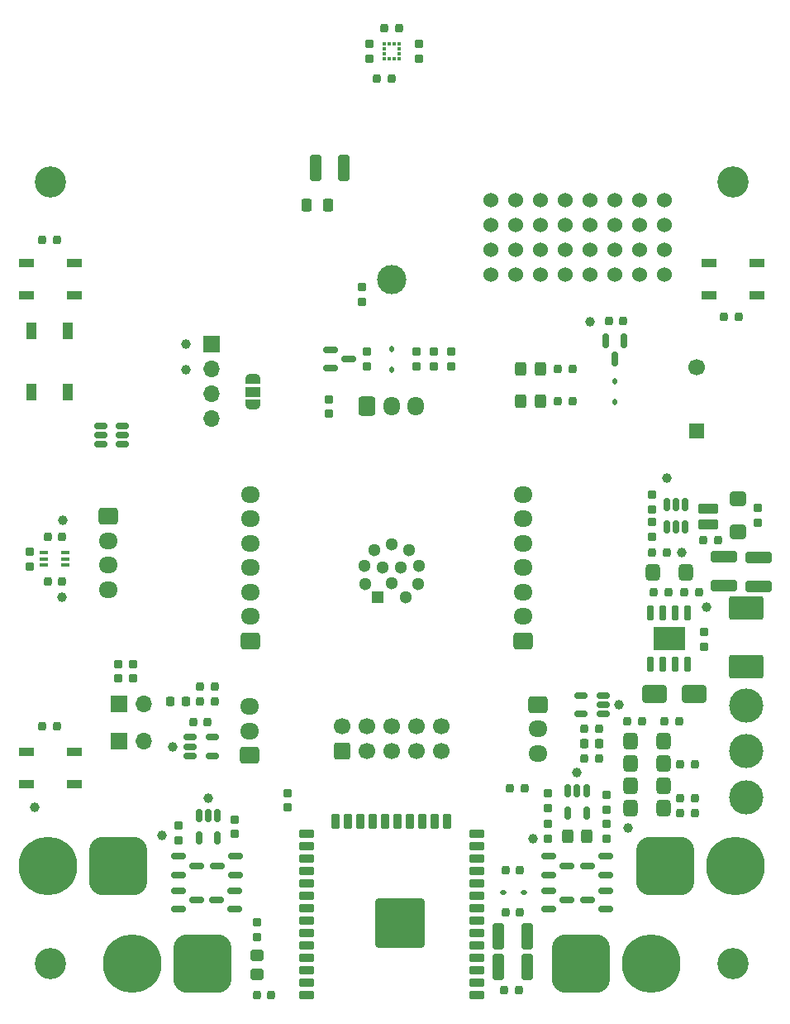
<source format=gbr>
%TF.GenerationSoftware,KiCad,Pcbnew,8.0.3*%
%TF.CreationDate,2024-07-03T22:49:40+02:00*%
%TF.ProjectId,Robuoy-Sub,526f6275-6f79-42d5-9375-622e6b696361,rev?*%
%TF.SameCoordinates,Original*%
%TF.FileFunction,Soldermask,Top*%
%TF.FilePolarity,Negative*%
%FSLAX46Y46*%
G04 Gerber Fmt 4.6, Leading zero omitted, Abs format (unit mm)*
G04 Created by KiCad (PCBNEW 8.0.3) date 2024-07-03 22:49:40*
%MOMM*%
%LPD*%
G01*
G04 APERTURE LIST*
G04 Aperture macros list*
%AMRoundRect*
0 Rectangle with rounded corners*
0 $1 Rounding radius*
0 $2 $3 $4 $5 $6 $7 $8 $9 X,Y pos of 4 corners*
0 Add a 4 corners polygon primitive as box body*
4,1,4,$2,$3,$4,$5,$6,$7,$8,$9,$2,$3,0*
0 Add four circle primitives for the rounded corners*
1,1,$1+$1,$2,$3*
1,1,$1+$1,$4,$5*
1,1,$1+$1,$6,$7*
1,1,$1+$1,$8,$9*
0 Add four rect primitives between the rounded corners*
20,1,$1+$1,$2,$3,$4,$5,0*
20,1,$1+$1,$4,$5,$6,$7,0*
20,1,$1+$1,$6,$7,$8,$9,0*
20,1,$1+$1,$8,$9,$2,$3,0*%
%AMFreePoly0*
4,1,19,0.550000,-0.750000,0.000000,-0.750000,0.000000,-0.744911,-0.071157,-0.744911,-0.207708,-0.704816,-0.327430,-0.627875,-0.420627,-0.520320,-0.479746,-0.390866,-0.500000,-0.250000,-0.500000,0.250000,-0.479746,0.390866,-0.420627,0.520320,-0.327430,0.627875,-0.207708,0.704816,-0.071157,0.744911,0.000000,0.744911,0.000000,0.750000,0.550000,0.750000,0.550000,-0.750000,0.550000,-0.750000,
$1*%
%AMFreePoly1*
4,1,19,0.000000,0.744911,0.071157,0.744911,0.207708,0.704816,0.327430,0.627875,0.420627,0.520320,0.479746,0.390866,0.500000,0.250000,0.500000,-0.250000,0.479746,-0.390866,0.420627,-0.520320,0.327430,-0.627875,0.207708,-0.704816,0.071157,-0.744911,0.000000,-0.744911,0.000000,-0.750000,-0.550000,-0.750000,-0.550000,0.750000,0.000000,0.750000,0.000000,0.744911,0.000000,0.744911,
$1*%
G04 Aperture macros list end*
%ADD10RoundRect,0.200000X-0.250000X0.200000X-0.250000X-0.200000X0.250000X-0.200000X0.250000X0.200000X0*%
%ADD11RoundRect,0.300000X-0.300000X-0.400000X0.300000X-0.400000X0.300000X0.400000X-0.300000X0.400000X0*%
%ADD12C,1.000000*%
%ADD13RoundRect,1.500000X1.500000X1.500000X-1.500000X1.500000X-1.500000X-1.500000X1.500000X-1.500000X0*%
%ADD14C,6.000000*%
%ADD15R,1.500000X0.900000*%
%ADD16RoundRect,0.150000X-0.587500X-0.150000X0.587500X-0.150000X0.587500X0.150000X-0.587500X0.150000X0*%
%ADD17RoundRect,0.250000X0.600000X-0.600000X0.600000X0.600000X-0.600000X0.600000X-0.600000X-0.600000X0*%
%ADD18C,1.700000*%
%ADD19RoundRect,0.200000X0.250000X-0.200000X0.250000X0.200000X-0.250000X0.200000X-0.250000X-0.200000X0*%
%ADD20RoundRect,0.375000X0.375000X0.475000X-0.375000X0.475000X-0.375000X-0.475000X0.375000X-0.475000X0*%
%ADD21RoundRect,0.200000X-0.200000X-0.250000X0.200000X-0.250000X0.200000X0.250000X-0.200000X0.250000X0*%
%ADD22RoundRect,0.250000X0.725000X-0.600000X0.725000X0.600000X-0.725000X0.600000X-0.725000X-0.600000X0*%
%ADD23O,1.950000X1.700000*%
%ADD24RoundRect,0.200000X0.200000X0.250000X-0.200000X0.250000X-0.200000X-0.250000X0.200000X-0.250000X0*%
%ADD25RoundRect,0.250000X-0.325000X-1.100000X0.325000X-1.100000X0.325000X1.100000X-0.325000X1.100000X0*%
%ADD26RoundRect,0.250000X1.100000X-0.325000X1.100000X0.325000X-1.100000X0.325000X-1.100000X-0.325000X0*%
%ADD27RoundRect,0.250000X1.000000X0.650000X-1.000000X0.650000X-1.000000X-0.650000X1.000000X-0.650000X0*%
%ADD28R,1.700000X1.700000*%
%ADD29O,1.700000X1.700000*%
%ADD30RoundRect,0.150000X0.587500X0.150000X-0.587500X0.150000X-0.587500X-0.150000X0.587500X-0.150000X0*%
%ADD31C,3.000000*%
%ADD32R,1.300000X1.300000*%
%ADD33C,1.300000*%
%ADD34RoundRect,0.100000X-0.350000X-0.100000X0.350000X-0.100000X0.350000X0.100000X-0.350000X0.100000X0*%
%ADD35FreePoly0,90.000000*%
%ADD36R,1.500000X1.000000*%
%ADD37FreePoly1,90.000000*%
%ADD38C,1.524000*%
%ADD39C,3.200000*%
%ADD40RoundRect,1.500000X-1.500000X-1.500000X1.500000X-1.500000X1.500000X1.500000X-1.500000X1.500000X0*%
%ADD41RoundRect,0.250000X-0.725000X0.600000X-0.725000X-0.600000X0.725000X-0.600000X0.725000X0.600000X0*%
%ADD42RoundRect,0.150000X0.512500X0.150000X-0.512500X0.150000X-0.512500X-0.150000X0.512500X-0.150000X0*%
%ADD43RoundRect,0.150000X-0.150000X0.512500X-0.150000X-0.512500X0.150000X-0.512500X0.150000X0.512500X0*%
%ADD44R,0.350000X0.375000*%
%ADD45R,0.375000X0.350000*%
%ADD46RoundRect,0.112500X-0.187500X-0.112500X0.187500X-0.112500X0.187500X0.112500X-0.187500X0.112500X0*%
%ADD47RoundRect,0.218750X0.218750X0.256250X-0.218750X0.256250X-0.218750X-0.256250X0.218750X-0.256250X0*%
%ADD48RoundRect,0.112500X0.112500X-0.187500X0.112500X0.187500X-0.112500X0.187500X-0.112500X-0.187500X0*%
%ADD49C,3.500000*%
%ADD50RoundRect,0.230769X1.519231X-0.969231X1.519231X0.969231X-1.519231X0.969231X-1.519231X-0.969231X0*%
%ADD51RoundRect,0.375000X0.475000X-0.375000X0.475000X0.375000X-0.475000X0.375000X-0.475000X-0.375000X0*%
%ADD52RoundRect,0.218750X-0.218750X-0.256250X0.218750X-0.256250X0.218750X0.256250X-0.218750X0.256250X0*%
%ADD53R,1.000000X1.700000*%
%ADD54RoundRect,0.375000X-0.375000X-0.475000X0.375000X-0.475000X0.375000X0.475000X-0.375000X0.475000X0*%
%ADD55RoundRect,0.225000X0.525000X0.225000X-0.525000X0.225000X-0.525000X-0.225000X0.525000X-0.225000X0*%
%ADD56RoundRect,0.225000X-0.225000X0.525000X-0.225000X-0.525000X0.225000X-0.525000X0.225000X0.525000X0*%
%ADD57RoundRect,0.250000X2.250000X2.250000X-2.250000X2.250000X-2.250000X-2.250000X2.250000X-2.250000X0*%
%ADD58R,1.650000X1.650000*%
%ADD59RoundRect,0.091346X0.958654X-0.383654X0.958654X0.383654X-0.958654X0.383654X-0.958654X-0.383654X0*%
%ADD60RoundRect,0.275000X0.275000X0.375000X-0.275000X0.375000X-0.275000X-0.375000X0.275000X-0.375000X0*%
%ADD61RoundRect,0.150000X-0.150000X0.650000X-0.150000X-0.650000X0.150000X-0.650000X0.150000X0.650000X0*%
%ADD62R,3.200000X2.400000*%
%ADD63RoundRect,0.250000X-0.600000X-0.725000X0.600000X-0.725000X0.600000X0.725000X-0.600000X0.725000X0*%
%ADD64O,1.700000X1.950000*%
%ADD65RoundRect,0.150000X-0.150000X0.587500X-0.150000X-0.587500X0.150000X-0.587500X0.150000X0.587500X0*%
%ADD66RoundRect,0.150000X-0.512500X-0.150000X0.512500X-0.150000X0.512500X0.150000X-0.512500X0.150000X0*%
%ADD67RoundRect,0.300000X0.400000X-0.300000X0.400000X0.300000X-0.400000X0.300000X-0.400000X-0.300000X0*%
G04 APERTURE END LIST*
D10*
%TO.C,R113*%
X131906000Y-75296000D03*
X131906000Y-76796000D03*
%TD*%
D11*
%TO.C,D206*%
X143810000Y-124890000D03*
X145810000Y-124890000D03*
%TD*%
D12*
%TO.C,TP202*%
X158068000Y-101446000D03*
%TD*%
D13*
%TO.C,J206*%
X106410000Y-137890000D03*
D14*
X99210000Y-137890000D03*
%TD*%
D15*
%TO.C,D103*%
X88360000Y-116240000D03*
X88360000Y-119540000D03*
X93260000Y-119540000D03*
X93260000Y-116240000D03*
%TD*%
D16*
%TO.C,Q203*%
X103935000Y-130440000D03*
X103935000Y-132340000D03*
X105810000Y-131390000D03*
%TD*%
D17*
%TO.C,J101*%
X120730000Y-116142500D03*
D18*
X120730000Y-113602500D03*
X123270000Y-116142500D03*
X123270000Y-113602500D03*
X125810000Y-116142500D03*
X125810000Y-113602500D03*
X128350000Y-116142500D03*
X128350000Y-113602500D03*
X130890000Y-116142500D03*
X130890000Y-113602500D03*
%TD*%
D19*
%TO.C,C101*%
X97810000Y-108740000D03*
X97810000Y-107240000D03*
%TD*%
D20*
%TO.C,C204*%
X153672000Y-119734000D03*
X150272000Y-119734000D03*
%TD*%
D21*
%TO.C,C119*%
X90008000Y-113638000D03*
X91508000Y-113638000D03*
%TD*%
D22*
%TO.C,J104*%
X111210000Y-116590000D03*
D23*
X111210000Y-114090000D03*
X111210000Y-111590000D03*
%TD*%
D24*
%TO.C,R206*%
X144324000Y-80364000D03*
X142824000Y-80364000D03*
%TD*%
D10*
%TO.C,R208*%
X112040000Y-133690000D03*
X112040000Y-135190000D03*
%TD*%
D12*
%TO.C,TP103*%
X104710000Y-77090000D03*
%TD*%
D24*
%TO.C,R205*%
X154160000Y-99922000D03*
X152660000Y-99922000D03*
%TD*%
D12*
%TO.C,TP105*%
X92110000Y-92521000D03*
%TD*%
D25*
%TO.C,C113*%
X117985000Y-56488000D03*
X120935000Y-56488000D03*
%TD*%
D19*
%TO.C,R213*%
X152480000Y-91395500D03*
X152480000Y-89895500D03*
%TD*%
D26*
%TO.C,C212*%
X159846000Y-99224000D03*
X159846000Y-96274000D03*
%TD*%
D21*
%TO.C,R105*%
X90560000Y-98769000D03*
X92060000Y-98769000D03*
%TD*%
D10*
%TO.C,C106*%
X123524000Y-43800000D03*
X123524000Y-45300000D03*
%TD*%
D16*
%TO.C,Q204*%
X141872500Y-126940000D03*
X141872500Y-128840000D03*
X143747500Y-127890000D03*
%TD*%
D21*
%TO.C,R201*%
X155360000Y-122490000D03*
X156860000Y-122490000D03*
%TD*%
D27*
%TO.C,D202*%
X156766000Y-110336000D03*
X152766000Y-110336000D03*
%TD*%
D20*
%TO.C,C201*%
X153672000Y-122020000D03*
X150272000Y-122020000D03*
%TD*%
D28*
%TO.C,SW102*%
X97910000Y-115162000D03*
D29*
X100450000Y-115162000D03*
%TD*%
D19*
%TO.C,C116*%
X128604000Y-45300000D03*
X128604000Y-43800000D03*
%TD*%
D30*
%TO.C,Q206*%
X147747500Y-128840000D03*
X147747500Y-126940000D03*
X145872500Y-127890000D03*
%TD*%
D31*
%TO.C,TP206*%
X125810000Y-67890000D03*
%TD*%
D21*
%TO.C,C110*%
X145560000Y-113890000D03*
X147060000Y-113890000D03*
%TD*%
D15*
%TO.C,D107*%
X158360000Y-66240000D03*
X158360000Y-69540000D03*
X163260000Y-69540000D03*
X163260000Y-66240000D03*
%TD*%
D10*
%TO.C,R107*%
X123270000Y-75296000D03*
X123270000Y-76796000D03*
%TD*%
D12*
%TO.C,TP108*%
X149110000Y-111390000D03*
%TD*%
D32*
%TO.C,J204*%
X124382000Y-100414000D03*
D33*
X127238000Y-100414000D03*
X128482000Y-99017000D03*
X128614000Y-97152000D03*
X127580000Y-95593000D03*
X125810000Y-94990000D03*
X124040000Y-95593000D03*
X123006000Y-97152000D03*
X123138000Y-99017000D03*
X125810000Y-98990000D03*
X126763000Y-97340000D03*
X124857000Y-97340000D03*
%TD*%
D26*
%TO.C,C211*%
X163402000Y-99273000D03*
X163402000Y-96323000D03*
%TD*%
D28*
%TO.C,J103*%
X107335000Y-74490000D03*
D29*
X107335000Y-77030000D03*
X107335000Y-79570000D03*
X107335000Y-82110000D03*
%TD*%
D20*
%TO.C,C203*%
X153672000Y-117448000D03*
X150272000Y-117448000D03*
%TD*%
D21*
%TO.C,R207*%
X142824000Y-77062000D03*
X144324000Y-77062000D03*
%TD*%
D34*
%TO.C,U104*%
X90210000Y-95833000D03*
X90210000Y-96483000D03*
X90210000Y-97133000D03*
X92410000Y-97133000D03*
X92410000Y-96483000D03*
X92410000Y-95833000D03*
%TD*%
D22*
%TO.C,J202*%
X111310000Y-104890000D03*
D23*
X111310000Y-102390000D03*
X111310000Y-99890000D03*
X111310000Y-97390000D03*
X111310000Y-94890000D03*
X111310000Y-92390000D03*
X111310000Y-89890000D03*
%TD*%
D35*
%TO.C,JP101*%
X111610000Y-80690000D03*
D36*
X111610000Y-79390000D03*
D37*
X111610000Y-78090000D03*
%TD*%
D12*
%TO.C,TP203*%
X107010000Y-120990000D03*
%TD*%
D21*
%TO.C,C114*%
X125060000Y-42176000D03*
X126560000Y-42176000D03*
%TD*%
D38*
%TO.C,TP301*%
X135970000Y-59790000D03*
X138510000Y-59790000D03*
X141050000Y-59790000D03*
X143590000Y-59790000D03*
X135970000Y-62330000D03*
X138510000Y-62330000D03*
X141050000Y-62330000D03*
X143590000Y-62330000D03*
X135970000Y-64870000D03*
X138510000Y-64870000D03*
X141050000Y-64870000D03*
X143590000Y-64870000D03*
X135970000Y-67410000D03*
X138510000Y-67410000D03*
X141050000Y-67410000D03*
X143590000Y-67410000D03*
%TD*%
D39*
%TO.C,H301*%
X160810000Y-137890000D03*
%TD*%
D40*
%TO.C,J205*%
X153810000Y-127890000D03*
D14*
X161010000Y-127890000D03*
%TD*%
D41*
%TO.C,J105*%
X140835000Y-111390000D03*
D23*
X140835000Y-113890000D03*
X140835000Y-116390000D03*
%TD*%
D21*
%TO.C,C117*%
X90008000Y-63854000D03*
X91508000Y-63854000D03*
%TD*%
D11*
%TO.C,D203*%
X139018000Y-80364000D03*
X141018000Y-80364000D03*
%TD*%
D42*
%TO.C,U102*%
X98247500Y-84740000D03*
X98247500Y-83790000D03*
X98247500Y-82840000D03*
X95972500Y-82840000D03*
X95972500Y-83790000D03*
X95972500Y-84740000D03*
%TD*%
D11*
%TO.C,D204*%
X139018000Y-77062000D03*
X141018000Y-77062000D03*
%TD*%
D24*
%TO.C,R108*%
X149560000Y-72090000D03*
X148060000Y-72090000D03*
%TD*%
D21*
%TO.C,R109*%
X106160000Y-111090000D03*
X107660000Y-111090000D03*
%TD*%
%TO.C,C205*%
X153762000Y-113130000D03*
X155262000Y-113130000D03*
%TD*%
D12*
%TO.C,TP209*%
X154004000Y-88238000D03*
%TD*%
D21*
%TO.C,C118*%
X159858000Y-71728000D03*
X161358000Y-71728000D03*
%TD*%
D19*
%TO.C,C108*%
X119410000Y-81640000D03*
X119410000Y-80140000D03*
%TD*%
D43*
%TO.C,U202*%
X107960000Y-122770000D03*
X107010000Y-122770000D03*
X106060000Y-122770000D03*
X106060000Y-125045000D03*
X107960000Y-125045000D03*
%TD*%
D44*
%TO.C,U103*%
X125060000Y-45312500D03*
X125560000Y-45312500D03*
X126060000Y-45312500D03*
X126560000Y-45312500D03*
D45*
X126572500Y-44800000D03*
X126572500Y-44300000D03*
D44*
X126560000Y-43787500D03*
X126060000Y-43787500D03*
X125560000Y-43787500D03*
X125060000Y-43787500D03*
D45*
X125047500Y-44300000D03*
X125047500Y-44800000D03*
%TD*%
D46*
%TO.C,D201*%
X137260000Y-130656000D03*
X139360000Y-130656000D03*
%TD*%
D30*
%TO.C,Q205*%
X109810000Y-128840000D03*
X109810000Y-126940000D03*
X107935000Y-127890000D03*
%TD*%
D47*
%TO.C,D106*%
X147097500Y-115390000D03*
X145522500Y-115390000D03*
%TD*%
D24*
%TO.C,C111*%
X106960000Y-113190000D03*
X105460000Y-113190000D03*
%TD*%
D39*
%TO.C,H304*%
X160810000Y-57890000D03*
%TD*%
D43*
%TO.C,U203*%
X145760000Y-120252500D03*
X144810000Y-120252500D03*
X143860000Y-120252500D03*
X143860000Y-122527500D03*
X145760000Y-122527500D03*
%TD*%
D15*
%TO.C,D104*%
X88360000Y-66240000D03*
X88360000Y-69540000D03*
X93260000Y-69540000D03*
X93260000Y-66240000D03*
%TD*%
D25*
%TO.C,C103*%
X136735000Y-138290000D03*
X139685000Y-138290000D03*
%TD*%
D12*
%TO.C,TP204*%
X144810000Y-118390000D03*
%TD*%
D10*
%TO.C,R102*%
X99334000Y-107240000D03*
X99334000Y-108740000D03*
%TD*%
D48*
%TO.C,D101*%
X125810000Y-77096000D03*
X125810000Y-74996000D03*
%TD*%
D49*
%TO.C,SW201*%
X162132000Y-120878000D03*
X162132000Y-116178000D03*
X162132000Y-111478000D03*
%TD*%
D22*
%TO.C,J203*%
X139310000Y-104890000D03*
D23*
X139310000Y-102390000D03*
X139310000Y-99890000D03*
X139310000Y-97390000D03*
X139310000Y-94890000D03*
X139310000Y-92390000D03*
X139310000Y-89890000D03*
%TD*%
D19*
%TO.C,C115*%
X88770000Y-97233000D03*
X88770000Y-95733000D03*
%TD*%
%TO.C,R211*%
X141810000Y-125140000D03*
X141810000Y-123640000D03*
%TD*%
D12*
%TO.C,TP208*%
X140310000Y-125090000D03*
%TD*%
D42*
%TO.C,U106*%
X147447500Y-112340000D03*
X147447500Y-111390000D03*
X147447500Y-110440000D03*
X145172500Y-110440000D03*
X145172500Y-112340000D03*
%TD*%
D39*
%TO.C,H303*%
X90810000Y-57890000D03*
%TD*%
D16*
%TO.C,Q202*%
X141872500Y-130440000D03*
X141872500Y-132340000D03*
X143747500Y-131390000D03*
%TD*%
D12*
%TO.C,TP210*%
X155528000Y-95858000D03*
%TD*%
D19*
%TO.C,C217*%
X141812000Y-122008000D03*
X141812000Y-120508000D03*
%TD*%
D50*
%TO.C,L201*%
X162135643Y-107538081D03*
X162135643Y-101538081D03*
%TD*%
D51*
%TO.C,C214*%
X161304000Y-93748000D03*
X161304000Y-90348000D03*
%TD*%
D19*
%TO.C,C210*%
X109710000Y-124657500D03*
X109710000Y-123157500D03*
%TD*%
D30*
%TO.C,Q201*%
X109747500Y-132340000D03*
X109747500Y-130440000D03*
X107872500Y-131390000D03*
%TD*%
D12*
%TO.C,TP104*%
X92010000Y-100421000D03*
%TD*%
D52*
%TO.C,D105*%
X103122500Y-111090000D03*
X104697500Y-111090000D03*
%TD*%
D53*
%TO.C,SW103*%
X88858000Y-79450000D03*
X88858000Y-73150000D03*
X92658000Y-79450000D03*
X92658000Y-73150000D03*
%TD*%
D54*
%TO.C,C218*%
X152558000Y-97890000D03*
X155958000Y-97890000D03*
%TD*%
D13*
%TO.C,J201*%
X97810000Y-127890000D03*
D14*
X90610000Y-127890000D03*
%TD*%
D21*
%TO.C,C207*%
X137460000Y-128370000D03*
X138960000Y-128370000D03*
%TD*%
D24*
%TO.C,R204*%
X157294000Y-99922000D03*
X155794000Y-99922000D03*
%TD*%
D55*
%TO.C,U101*%
X134560000Y-141147000D03*
X134560000Y-139877000D03*
X134560000Y-138607000D03*
X134560000Y-137337000D03*
X134560000Y-136067000D03*
X134560000Y-134797000D03*
X134560000Y-133527000D03*
X134560000Y-132257000D03*
X134560000Y-130987000D03*
X134560000Y-129717000D03*
X134560000Y-128447000D03*
X134560000Y-127177000D03*
X134560000Y-125907000D03*
X134560000Y-124637000D03*
D56*
X131525000Y-123387000D03*
X130255000Y-123387000D03*
X128985000Y-123387000D03*
X127715000Y-123387000D03*
X126445000Y-123387000D03*
X125175000Y-123387000D03*
X123905000Y-123387000D03*
X122635000Y-123387000D03*
X121365000Y-123387000D03*
X120095000Y-123387000D03*
D55*
X117060000Y-124637000D03*
X117060000Y-125907000D03*
X117060000Y-127177000D03*
X117060000Y-128447000D03*
X117060000Y-129717000D03*
X117060000Y-130987000D03*
X117060000Y-132257000D03*
X117060000Y-133527000D03*
X117060000Y-134797000D03*
X117060000Y-136067000D03*
X117060000Y-137337000D03*
X117060000Y-138607000D03*
X117060000Y-139877000D03*
X117060000Y-141147000D03*
D57*
X126670000Y-133802000D03*
%TD*%
D21*
%TO.C,R203*%
X155360000Y-120990000D03*
X156860000Y-120990000D03*
%TD*%
%TO.C,C215*%
X157760000Y-94588000D03*
X159260000Y-94588000D03*
%TD*%
D41*
%TO.C,J106*%
X96810000Y-92128000D03*
D23*
X96810000Y-94628000D03*
X96810000Y-97128000D03*
X96810000Y-99628000D03*
%TD*%
D20*
%TO.C,C202*%
X153672000Y-115162000D03*
X150272000Y-115162000D03*
%TD*%
D48*
%TO.C,D102*%
X148654000Y-80398000D03*
X148654000Y-78298000D03*
%TD*%
D58*
%TO.C,BZ101*%
X157036000Y-83360000D03*
D18*
X157036000Y-76860000D03*
%TD*%
D24*
%TO.C,C109*%
X125798000Y-47344000D03*
X124298000Y-47344000D03*
%TD*%
D21*
%TO.C,R104*%
X90560000Y-94197000D03*
X92060000Y-94197000D03*
%TD*%
D24*
%TO.C,C206*%
X151452000Y-113130000D03*
X149952000Y-113130000D03*
%TD*%
D19*
%TO.C,C209*%
X147810000Y-122140000D03*
X147810000Y-120640000D03*
%TD*%
D59*
%TO.C,L202*%
X158256000Y-92994500D03*
X158256000Y-91344500D03*
%TD*%
D24*
%TO.C,R202*%
X156860000Y-117490000D03*
X155360000Y-117490000D03*
%TD*%
D21*
%TO.C,C219*%
X152492000Y-95858000D03*
X153992000Y-95858000D03*
%TD*%
D19*
%TO.C,R209*%
X103966000Y-125310000D03*
X103966000Y-123810000D03*
%TD*%
%TO.C,C107*%
X122762000Y-70192000D03*
X122762000Y-68692000D03*
%TD*%
D12*
%TO.C,TP201*%
X150010000Y-123990000D03*
%TD*%
D25*
%TO.C,C102*%
X136735000Y-135090000D03*
X139685000Y-135090000D03*
%TD*%
D19*
%TO.C,R212*%
X152480000Y-94189500D03*
X152480000Y-92689500D03*
%TD*%
D21*
%TO.C,R111*%
X106160000Y-109590000D03*
X107660000Y-109590000D03*
%TD*%
D19*
%TO.C,C208*%
X157814000Y-105498000D03*
X157814000Y-103998000D03*
%TD*%
D12*
%TO.C,TP106*%
X89210000Y-121890000D03*
%TD*%
D16*
%TO.C,Q207*%
X103935000Y-126940000D03*
X103935000Y-128840000D03*
X105810000Y-127890000D03*
%TD*%
D60*
%TO.C,FB101*%
X119290000Y-60298000D03*
X117090000Y-60298000D03*
%TD*%
D61*
%TO.C,U201*%
X156163000Y-102006000D03*
X154893000Y-102006000D03*
X153623000Y-102006000D03*
X152353000Y-102006000D03*
X152353000Y-107306000D03*
X153623000Y-107306000D03*
X154893000Y-107306000D03*
X156163000Y-107306000D03*
D62*
X154258000Y-104656000D03*
%TD*%
D12*
%TO.C,TP207*%
X102310000Y-124780000D03*
%TD*%
D38*
%TO.C,TP302*%
X146130000Y-59790000D03*
X148670000Y-59790000D03*
X151210000Y-59790000D03*
X153750000Y-59790000D03*
X146130000Y-62330000D03*
X148670000Y-62330000D03*
X151210000Y-62330000D03*
X153750000Y-62330000D03*
X146130000Y-64870000D03*
X148670000Y-64870000D03*
X151210000Y-64870000D03*
X153750000Y-64870000D03*
X146130000Y-67410000D03*
X148670000Y-67410000D03*
X151210000Y-67410000D03*
X153750000Y-67410000D03*
%TD*%
D12*
%TO.C,TP101*%
X146110000Y-72190000D03*
%TD*%
D43*
%TO.C,U204*%
X155904000Y-90910500D03*
X154954000Y-90910500D03*
X154004000Y-90910500D03*
X154004000Y-93185500D03*
X154954000Y-93185500D03*
X155904000Y-93185500D03*
%TD*%
D12*
%TO.C,TP102*%
X104710000Y-74490000D03*
%TD*%
D10*
%TO.C,R106*%
X128350000Y-75296000D03*
X128350000Y-76796000D03*
%TD*%
D40*
%TO.C,J207*%
X145210000Y-137890000D03*
D14*
X152410000Y-137890000D03*
%TD*%
D39*
%TO.C,H302*%
X90810000Y-137890000D03*
%TD*%
D63*
%TO.C,J102*%
X123310000Y-80872000D03*
D64*
X125810000Y-80872000D03*
X128310000Y-80872000D03*
%TD*%
D12*
%TO.C,TP107*%
X103410000Y-115690000D03*
%TD*%
D19*
%TO.C,C213*%
X163336000Y-92798000D03*
X163336000Y-91298000D03*
%TD*%
D21*
%TO.C,C105*%
X137360000Y-140590000D03*
X138860000Y-140590000D03*
%TD*%
D10*
%TO.C,R210*%
X147810000Y-123640000D03*
X147810000Y-125140000D03*
%TD*%
D65*
%TO.C,Q102*%
X149604000Y-74152500D03*
X147704000Y-74152500D03*
X148654000Y-76027500D03*
%TD*%
D16*
%TO.C,Q101*%
X119538500Y-75096000D03*
X119538500Y-76996000D03*
X121413500Y-76046000D03*
%TD*%
D10*
%TO.C,R101*%
X115110000Y-120440000D03*
X115110000Y-121940000D03*
%TD*%
D21*
%TO.C,C104*%
X137460000Y-132690000D03*
X138960000Y-132690000D03*
%TD*%
D24*
%TO.C,R110*%
X147060000Y-116890000D03*
X145560000Y-116890000D03*
%TD*%
D28*
%TO.C,SW101*%
X97910000Y-111334000D03*
D29*
X100450000Y-111334000D03*
%TD*%
D21*
%TO.C,C216*%
X111980000Y-141140000D03*
X113480000Y-141140000D03*
%TD*%
D30*
%TO.C,Q208*%
X147747500Y-132340000D03*
X147747500Y-130440000D03*
X145872500Y-131390000D03*
%TD*%
D66*
%TO.C,U105*%
X105172500Y-114740000D03*
X105172500Y-115690000D03*
X105172500Y-116640000D03*
X107447500Y-116640000D03*
X107447500Y-114740000D03*
%TD*%
D67*
%TO.C,D205*%
X112010000Y-139030000D03*
X112010000Y-137030000D03*
%TD*%
D19*
%TO.C,C112*%
X130128000Y-76784000D03*
X130128000Y-75284000D03*
%TD*%
D21*
%TO.C,R112*%
X137960000Y-119990000D03*
X139460000Y-119990000D03*
%TD*%
M02*

</source>
